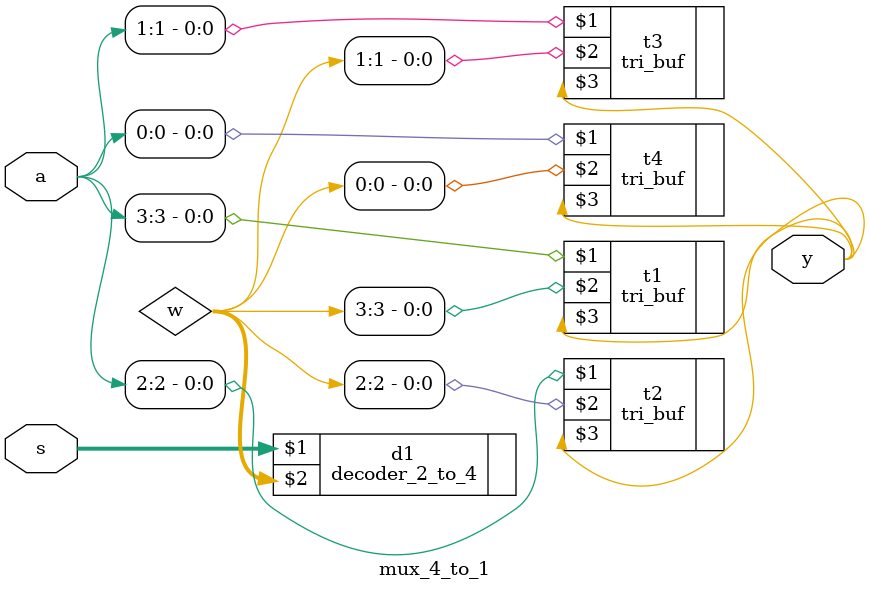
<source format=v>
module mux_4_to_1(a,s,y);
input [3:0]a;
input [1:0]s;
output y;
wire [3:0]w;
decoder_2_to_4 d1(s,w);
tri_buf t1(a[3],w[3],y);
tri_buf t2(a[2],w[2],y);
tri_buf t3(a[1],w[1],y);
tri_buf t4(a[0],w[0],y);
endmodule

</source>
